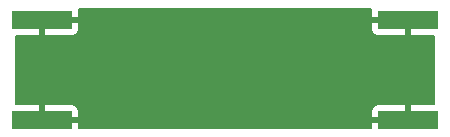
<source format=gbr>
%TF.GenerationSoftware,KiCad,Pcbnew,(6.0.10)*%
%TF.CreationDate,2023-05-27T15:44:21+03:00*%
%TF.ProjectId,BPF_5,4250465f-352e-46b6-9963-61645f706362,rev?*%
%TF.SameCoordinates,Original*%
%TF.FileFunction,Copper,L4,Bot*%
%TF.FilePolarity,Positive*%
%FSLAX46Y46*%
G04 Gerber Fmt 4.6, Leading zero omitted, Abs format (unit mm)*
G04 Created by KiCad (PCBNEW (6.0.10)) date 2023-05-27 15:44:21*
%MOMM*%
%LPD*%
G01*
G04 APERTURE LIST*
%TA.AperFunction,SMDPad,CuDef*%
%ADD10R,5.080000X1.500000*%
%TD*%
%TA.AperFunction,ViaPad*%
%ADD11C,0.800000*%
%TD*%
G04 APERTURE END LIST*
D10*
%TO.P,J2,2,Ext*%
%TO.N,GND*%
X158250000Y-85750000D03*
X158250000Y-77250000D03*
%TD*%
%TO.P,J1,2,Ext*%
%TO.N,GND*%
X127250000Y-85750000D03*
X127250000Y-77250000D03*
%TD*%
D11*
%TO.N,GND*%
X125500000Y-79000000D03*
X129000000Y-79000000D03*
X127250000Y-79000000D03*
X125500000Y-84000000D03*
X129000000Y-84000000D03*
X127250000Y-84000000D03*
X156500000Y-84000000D03*
X160000000Y-84000000D03*
X158250000Y-84000000D03*
X156500000Y-79000000D03*
X160000000Y-79000000D03*
X158250000Y-79000000D03*
X131750000Y-84500000D03*
X132750000Y-84500000D03*
X133750000Y-84500000D03*
X134750000Y-84500000D03*
X153250000Y-84500000D03*
X142250000Y-84500000D03*
X151250000Y-84500000D03*
X152250000Y-84500000D03*
X154250000Y-84500000D03*
X141250000Y-84500000D03*
X144250000Y-84500000D03*
X143250000Y-84500000D03*
%TD*%
%TA.AperFunction,Conductor*%
%TO.N,GND*%
G36*
X155150703Y-76278502D02*
G01*
X155197196Y-76332158D01*
X155207845Y-76398108D01*
X155202369Y-76448514D01*
X155202000Y-76455328D01*
X155202000Y-76977885D01*
X155206475Y-76993124D01*
X155207865Y-76994329D01*
X155215548Y-76996000D01*
X158378000Y-76996000D01*
X158446121Y-77016002D01*
X158492614Y-77069658D01*
X158504000Y-77122000D01*
X158504000Y-78489884D01*
X158508475Y-78505123D01*
X158509865Y-78506328D01*
X158517548Y-78507999D01*
X160365500Y-78507999D01*
X160433621Y-78528001D01*
X160480114Y-78581657D01*
X160491500Y-78633999D01*
X160491500Y-84366000D01*
X160471498Y-84434121D01*
X160417842Y-84480614D01*
X160365500Y-84492000D01*
X158522115Y-84492000D01*
X158506876Y-84496475D01*
X158505671Y-84497865D01*
X158504000Y-84505548D01*
X158504000Y-85878000D01*
X158483998Y-85946121D01*
X158430342Y-85992614D01*
X158378000Y-86004000D01*
X155220116Y-86004000D01*
X155204877Y-86008475D01*
X155203672Y-86009865D01*
X155202001Y-86017548D01*
X155202001Y-86365500D01*
X155181999Y-86433621D01*
X155128343Y-86480114D01*
X155076001Y-86491500D01*
X130424000Y-86491500D01*
X130355879Y-86471498D01*
X130309386Y-86417842D01*
X130298000Y-86365500D01*
X130298000Y-86022115D01*
X130293525Y-86006876D01*
X130292135Y-86005671D01*
X130284452Y-86004000D01*
X127122000Y-86004000D01*
X127053879Y-85983998D01*
X127007386Y-85930342D01*
X126996000Y-85878000D01*
X126996000Y-85477885D01*
X127504000Y-85477885D01*
X127508475Y-85493124D01*
X127509865Y-85494329D01*
X127517548Y-85496000D01*
X130279884Y-85496000D01*
X130295123Y-85491525D01*
X130296328Y-85490135D01*
X130297999Y-85482452D01*
X130297999Y-85477885D01*
X155202000Y-85477885D01*
X155206475Y-85493124D01*
X155207865Y-85494329D01*
X155215548Y-85496000D01*
X157977885Y-85496000D01*
X157993124Y-85491525D01*
X157994329Y-85490135D01*
X157996000Y-85482452D01*
X157996000Y-84510116D01*
X157991525Y-84494877D01*
X157990135Y-84493672D01*
X157982452Y-84492001D01*
X155665331Y-84492001D01*
X155658510Y-84492371D01*
X155607648Y-84497895D01*
X155592396Y-84501521D01*
X155471946Y-84546676D01*
X155456351Y-84555214D01*
X155354276Y-84631715D01*
X155341715Y-84644276D01*
X155265214Y-84746351D01*
X155256676Y-84761946D01*
X155211522Y-84882394D01*
X155207895Y-84897649D01*
X155202369Y-84948514D01*
X155202000Y-84955328D01*
X155202000Y-85477885D01*
X130297999Y-85477885D01*
X130297999Y-84955331D01*
X130297629Y-84948510D01*
X130292105Y-84897648D01*
X130288479Y-84882396D01*
X130243324Y-84761946D01*
X130234786Y-84746351D01*
X130158285Y-84644276D01*
X130145724Y-84631715D01*
X130043649Y-84555214D01*
X130028054Y-84546676D01*
X129907606Y-84501522D01*
X129892351Y-84497895D01*
X129841486Y-84492369D01*
X129834672Y-84492000D01*
X127522115Y-84492000D01*
X127506876Y-84496475D01*
X127505671Y-84497865D01*
X127504000Y-84505548D01*
X127504000Y-85477885D01*
X126996000Y-85477885D01*
X126996000Y-84510116D01*
X126991525Y-84494877D01*
X126990135Y-84493672D01*
X126982452Y-84492001D01*
X125134500Y-84492001D01*
X125066379Y-84471999D01*
X125019886Y-84418343D01*
X125008500Y-84366001D01*
X125008500Y-78634000D01*
X125028502Y-78565879D01*
X125082158Y-78519386D01*
X125134500Y-78508000D01*
X126977885Y-78508000D01*
X126993124Y-78503525D01*
X126994329Y-78502135D01*
X126996000Y-78494452D01*
X126996000Y-78489884D01*
X127504000Y-78489884D01*
X127508475Y-78505123D01*
X127509865Y-78506328D01*
X127517548Y-78507999D01*
X129834669Y-78507999D01*
X129841490Y-78507629D01*
X129892352Y-78502105D01*
X129907604Y-78498479D01*
X130028054Y-78453324D01*
X130043649Y-78444786D01*
X130145724Y-78368285D01*
X130158285Y-78355724D01*
X130234786Y-78253649D01*
X130243324Y-78238054D01*
X130288478Y-78117606D01*
X130292105Y-78102351D01*
X130297631Y-78051486D01*
X130298000Y-78044672D01*
X130298000Y-78044669D01*
X155202001Y-78044669D01*
X155202371Y-78051490D01*
X155207895Y-78102352D01*
X155211521Y-78117604D01*
X155256676Y-78238054D01*
X155265214Y-78253649D01*
X155341715Y-78355724D01*
X155354276Y-78368285D01*
X155456351Y-78444786D01*
X155471946Y-78453324D01*
X155592394Y-78498478D01*
X155607649Y-78502105D01*
X155658514Y-78507631D01*
X155665328Y-78508000D01*
X157977885Y-78508000D01*
X157993124Y-78503525D01*
X157994329Y-78502135D01*
X157996000Y-78494452D01*
X157996000Y-77522115D01*
X157991525Y-77506876D01*
X157990135Y-77505671D01*
X157982452Y-77504000D01*
X155220116Y-77504000D01*
X155204877Y-77508475D01*
X155203672Y-77509865D01*
X155202001Y-77517548D01*
X155202001Y-78044669D01*
X130298000Y-78044669D01*
X130298000Y-77522115D01*
X130293525Y-77506876D01*
X130292135Y-77505671D01*
X130284452Y-77504000D01*
X127522115Y-77504000D01*
X127506876Y-77508475D01*
X127505671Y-77509865D01*
X127504000Y-77517548D01*
X127504000Y-78489884D01*
X126996000Y-78489884D01*
X126996000Y-77122000D01*
X127016002Y-77053879D01*
X127069658Y-77007386D01*
X127122000Y-76996000D01*
X130279884Y-76996000D01*
X130295123Y-76991525D01*
X130296328Y-76990135D01*
X130297999Y-76982452D01*
X130297999Y-76455331D01*
X130297629Y-76448509D01*
X130292155Y-76398105D01*
X130304684Y-76328223D01*
X130353006Y-76276208D01*
X130417418Y-76258500D01*
X155082582Y-76258500D01*
X155150703Y-76278502D01*
G37*
%TD.AperFunction*%
%TD*%
M02*

</source>
